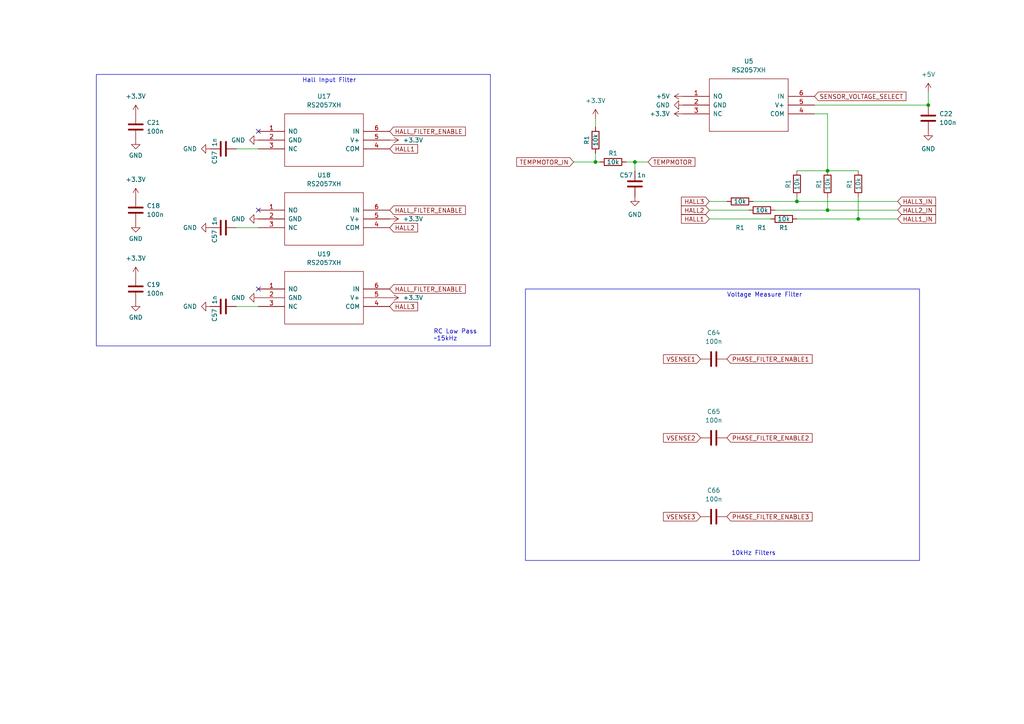
<source format=kicad_sch>
(kicad_sch (version 20230121) (generator eeschema)
  (paper "A4")
  (lib_symbols
    (symbol "Device:C" (pin_numbers hide) (pin_names (offset 0.254))
      (property "Reference" "C" (at 0.635 2.54 0))
      (property "Value" "C" (at 0.635 -2.54 0))
      (symbol "C_0_1"
        (polyline (pts (xy -2.032 -0.762) (xy 2.032 -0.762)) (stroke (width 0.508)))
        (polyline (pts (xy -2.032 0.762) (xy 2.032 0.762)) (stroke (width 0.508)))
      )
      (symbol "C_1_1"
        (pin passive line (at 0 3.81 270) (length 2.794) (name "~") (number "1"))
        (pin passive line (at 0 -3.81 90) (length 2.794) (name "~") (number "2"))
      )
    )
    (symbol "Device:R" (pin_numbers hide) (pin_names (offset 0))
      (property "Reference" "R" (at 2.032 0 90))
      (property "Value" "R" (at 0 0 90))
      (symbol "R_0_1"
        (rectangle (start -1.016 -2.54) (end 1.016 2.54) (stroke (width 0.254)))
      )
      (symbol "R_1_1"
        (pin passive line (at 0 3.81 270) (length 1.27) (name "~") (number "1"))
        (pin passive line (at 0 -3.81 90) (length 1.27) (name "~") (number "2"))
      )
    )
    (symbol "GigaVescSymbols:RS2057XH" (pin_names (offset 1.016))
      (property "Reference" "U" (at 0 -2.54 0))
      (property "Value" "RS2057XH" (at 0 -8.89 0))
      (symbol "RS2057XH_1_0"
        (rectangle (start -11.43 -7.62) (end 11.43 7.62))
      )
      (symbol "RS2057XH_1_1"
        (pin input line (at -19.05 2.54 0) (length 7.62) (name "NO") (number "1"))
        (pin input line (at -19.05 0 0) (length 7.62) (name "GND") (number "2"))
        (pin input line (at -19.05 -2.54 0) (length 7.62) (name "NC") (number "3"))
        (pin input line (at 19.05 -2.54 180) (length 7.62) (name "COM") (number "4"))
        (pin input line (at 19.05 0 180) (length 7.62) (name "V+") (number "5"))
        (pin input line (at 19.05 2.54 180) (length 7.62) (name "IN") (number "6"))
      )
    )
    (symbol "power:+3.3V" (power) (pin_names (offset 0))
      (property "Value" "+3.3V" (at 0 3.556 0))
      (symbol "+3.3V_0_1"
        (polyline (pts (xy -0.762 1.27) (xy 0 2.54)))
        (polyline (pts (xy 0 0) (xy 0 2.54)))
        (polyline (pts (xy 0 2.54) (xy 0.762 1.27)))
      )
      (symbol "+3.3V_1_1"
        (pin power_in line (at 0 0 90) (length 0) hide (name "+3.3V") (number "1"))
      )
    )
    (symbol "power:+5V" (power) (pin_names (offset 0))
      (property "Value" "+5V" (at 0 3.556 0))
      (symbol "+5V_0_1"
        (polyline (pts (xy -0.762 1.27) (xy 0 2.54)))
        (polyline (pts (xy 0 0) (xy 0 2.54)))
        (polyline (pts (xy 0 2.54) (xy 0.762 1.27)))
      )
      (symbol "+5V_1_1"
        (pin power_in line (at 0 0 90) (length 0) hide (name "+5V") (number "1"))
      )
    )
    (symbol "power:GND" (power) (pin_names (offset 0))
      (property "Value" "GND" (at 0 -3.81 0))
      (symbol "GND_0_1"
        (polyline (pts (xy 0 0) (xy 0 -1.27) (xy 1.27 -1.27) (xy 0 -2.54) (xy -1.27 -1.27) (xy 0 -1.27)))
      )
      (symbol "GND_1_1"
        (pin power_in line (at 0 0 270) (length 0) hide (name "GND") (number "1"))
      )
    )
  )
  (junction (at 231.14 58.42))
  (junction (at 269.24 30.48))
  (junction (at 240.03 60.96))
  (junction (at 248.92 63.5))
  (junction (at 240.03 49.53))
  (junction (at 184.15 46.99))
  (junction (at 172.72 46.99))
  (no_connect (at 74.93 83.82))
  (no_connect (at 74.93 38.1))
  (no_connect (at 74.93 60.96))
  (wire (pts (xy 224.79 60.96) (xy 240.03 60.96)))
  (wire (pts (xy 68.58 43.18) (xy 74.93 43.18)))
  (wire (pts (xy 269.24 26.67) (xy 269.24 30.48)))
  (wire (pts (xy 68.58 88.9) (xy 74.93 88.9)))
  (wire (pts (xy 205.74 63.5) (xy 223.52 63.5)))
  (wire (pts (xy 218.44 58.42) (xy 231.14 58.42)))
  (wire (pts (xy 248.92 63.5) (xy 260.35 63.5)))
  (wire (pts (xy 166.37 46.99) (xy 172.72 46.99)))
  (wire (pts (xy 231.14 57.15) (xy 231.14 58.42)))
  (wire (pts (xy 68.58 66.04) (xy 74.93 66.04)))
  (wire (pts (xy 231.14 63.5) (xy 248.92 63.5)))
  (wire (pts (xy 231.14 58.42) (xy 260.35 58.42)))
  (wire (pts (xy 236.22 30.48) (xy 269.24 30.48)))
  (wire (pts (xy 172.72 46.99) (xy 173.99 46.99)))
  (wire (pts (xy 181.61 46.99) (xy 184.15 46.99)))
  (wire (pts (xy 172.72 34.29) (xy 172.72 36.83)))
  (wire (pts (xy 240.03 60.96) (xy 260.35 60.96)))
  (wire (pts (xy 231.14 49.53) (xy 240.03 49.53)))
  (wire (pts (xy 248.92 57.15) (xy 248.92 63.5)))
  (wire (pts (xy 172.72 44.45) (xy 172.72 46.99)))
  (wire (pts (xy 205.74 58.42) (xy 210.82 58.42)))
  (wire (pts (xy 240.03 49.53) (xy 248.92 49.53)))
  (wire (pts (xy 240.03 57.15) (xy 240.03 60.96)))
  (wire (pts (xy 184.15 46.99) (xy 187.96 46.99)))
  (wire (pts (xy 240.03 33.02) (xy 240.03 49.53)))
  (wire (pts (xy 184.15 46.99) (xy 184.15 49.53)))
  (wire (pts (xy 205.74 60.96) (xy 217.17 60.96)))
  (wire (pts (xy 236.22 33.02) (xy 240.03 33.02)))
  (rectangle (start 152.4 83.82) (end 266.7 162.56))
  (rectangle (start 27.94 21.59) (end 142.24 100.33))
  (text "Voltage Measure Filter" (at 210.82 86.36 0) (effects (font (size 1.27 1.27)) (justify left bottom)))
  (text "10kHz Filters" (at 212.09 161.29 0) (effects (font (size 1.27 1.27)) (justify left bottom)))
  (text "RC Low Pass\n~15kHz" (at 125.73 99.06 0) (effects (font (size 1.27 1.27)) (justify left bottom)))
  (text "Hall Input Filter" (at 87.63 24.13 0) (effects (font (size 1.27 1.27)) (justify left bottom)))
  (global_label "VSENSE1" (shape input) (at 203.2 104.14 180) (property "Intersheetrefs" "${INTERSHEET_REFS}" (effects hide)))
  (global_label "HALL2_IN" (shape input) (at 260.35 60.96 0) (property "Intersheetrefs" "${INTERSHEET_REFS}" (effects hide)))
  (global_label "PHASE_FILTER_ENABLE3" (shape input) (at 210.82 149.86 0) (property "Intersheetrefs" "${INTERSHEET_REFS}" (effects hide)))
  (global_label "SENSOR_VOLTAGE_SELECT" (shape input) (at 236.22 27.94 0) (property "Intersheetrefs" "${INTERSHEET_REFS}" (effects hide)))
  (global_label "TEMPMOTOR" (shape input) (at 187.96 46.99 0) (property "Intersheetrefs" "${INTERSHEET_REFS}" (effects hide)))
  (global_label "HALL2" (shape input) (at 113.03 66.04 0) (property "Intersheetrefs" "${INTERSHEET_REFS}" (effects hide)))
  (global_label "HALL_FILTER_ENABLE" (shape input) (at 113.03 83.82 0) (property "Intersheetrefs" "${INTERSHEET_REFS}" (effects hide)))
  (global_label "HALL3" (shape input) (at 113.03 88.9 0) (property "Intersheetrefs" "${INTERSHEET_REFS}" (effects hide)))
  (global_label "TEMPMOTOR_IN" (shape input) (at 166.37 46.99 180) (property "Intersheetrefs" "${INTERSHEET_REFS}" (effects hide)))
  (global_label "HALL_FILTER_ENABLE" (shape input) (at 113.03 38.1 0) (property "Intersheetrefs" "${INTERSHEET_REFS}" (effects hide)))
  (global_label "PHASE_FILTER_ENABLE2" (shape input) (at 210.82 127 0) (property "Intersheetrefs" "${INTERSHEET_REFS}" (effects hide)))
  (global_label "HALL1" (shape input) (at 205.74 63.5 180) (property "Intersheetrefs" "${INTERSHEET_REFS}" (effects hide)))
  (global_label "HALL1" (shape input) (at 113.03 43.18 0) (property "Intersheetrefs" "${INTERSHEET_REFS}" (effects hide)))
  (global_label "PHASE_FILTER_ENABLE1" (shape input) (at 210.82 104.14 0) (property "Intersheetrefs" "${INTERSHEET_REFS}" (effects hide)))
  (global_label "HALL2" (shape input) (at 205.74 60.96 180) (property "Intersheetrefs" "${INTERSHEET_REFS}" (effects hide)))
  (global_label "HALL3" (shape input) (at 205.74 58.42 180) (property "Intersheetrefs" "${INTERSHEET_REFS}" (effects hide)))
  (global_label "HALL3_IN" (shape input) (at 260.35 58.42 0) (property "Intersheetrefs" "${INTERSHEET_REFS}" (effects hide)))
  (global_label "HALL_FILTER_ENABLE" (shape input) (at 113.03 60.96 0) (property "Intersheetrefs" "${INTERSHEET_REFS}" (effects hide)))
  (global_label "HALL1_IN" (shape input) (at 260.35 63.5 0) (property "Intersheetrefs" "${INTERSHEET_REFS}" (effects hide)))
  (global_label "VSENSE3" (shape input) (at 203.2 149.86 180) (property "Intersheetrefs" "${INTERSHEET_REFS}" (effects hide)))
  (global_label "VSENSE2" (shape input) (at 203.2 127 180) (property "Intersheetrefs" "${INTERSHEET_REFS}" (effects hide)))
  (symbol (lib_id "power:+5V") (at 198.12 27.94 90) (unit 1)
    (property "Reference" "#PWR031" (effects hide))
    (property "Value" "+5V" (at 194.31 27.94 90) (effects (justify left)))
  )
  (symbol (lib_id "power:+3.3V") (at 113.03 40.64 270) (unit 1)
    (property "Reference" "#PWR0149" (effects hide))
    (property "Value" "+3.3V" (at 116.84 40.64 90) (effects (justify left)))
  )
  (symbol (lib_id "Device:C") (at 269.24 34.29 0) (unit 1)
    (property "Reference" "C22" (at 272.415 33.02 0) (effects (justify left)))
    (property "Value" "100n" (at 272.415 35.56 0) (effects (justify left)))
    (property "Footprint" "GigaVescLibs:C_0603_1608Metric_L" (effects hide))
    (property "MPN" "C14663" (effects hide))
  )
  (symbol (lib_id "Device:C") (at 39.37 36.83 0) (unit 1)
    (property "Reference" "C21" (at 42.545 35.56 0) (effects (justify left)))
    (property "Value" "100n" (at 42.545 38.1 0) (effects (justify left)))
    (property "Footprint" "GigaVescLibs:C_0603_1608Metric_L" (effects hide))
    (property "MPN" "C14663" (effects hide))
  )
  (symbol (lib_id "Device:R") (at 172.72 40.64 180) (unit 1)
    (property "Reference" "R1" (at 170.18 40.64 90))
    (property "Value" "10k" (at 172.72 40.64 90))
    (property "Footprint" "Resistor_SMD:R_0603_1608Metric" (effects hide))
    (property "MPN" "C25804" (effects hide))
    (instances (project "DevKit" (path "" (reference "R1") (unit 1)) (path "" (reference "R50") (unit 1)) (path "" (reference "R16") (unit 1))))
  )
  (symbol (lib_id "Device:R") (at 220.98 60.96 90) (unit 1)
    (property "Reference" "R1" (at 220.98 66.04 90))
    (property "Value" "10k" (at 220.98 60.96 90))
    (property "Footprint" "Resistor_SMD:R_0603_1608Metric" (effects hide))
    (property "MPN" "C25804" (effects hide))
    (instances (project "DevKit" (path "" (reference "R1") (unit 1)) (path "" (reference "R50") (unit 1)) (path "" (reference "R8") (unit 1))))
  )
  (symbol (lib_id "Device:C") (at 207.01 149.86 90) (unit 1)
    (property "Reference" "C66" (at 207.01 142.24 90))
    (property "Value" "100n" (at 207.01 144.78 90))
    (property "Footprint" "GigaVescLibs:C_0603_1608Metric_L" (effects hide))
    (property "MPN" "C14663" (effects hide))
  )
  (symbol (lib_id "Device:R") (at 177.8 46.99 90) (unit 1)
    (property "Reference" "R1" (at 177.8 44.45 90))
    (property "Value" "10k" (at 177.8 46.99 90))
    (property "Footprint" "Resistor_SMD:R_0603_1608Metric" (effects hide))
    (property "MPN" "C25804" (effects hide))
    (instances (project "DevKit" (path "" (reference "R1") (unit 1)) (path "" (reference "R50") (unit 1)) (path "" (reference "R17") (unit 1))))
  )
  (symbol (lib_id "power:+3.3V") (at 172.72 34.29 0) (unit 1)
    (property "Reference" "#PWR03" (effects hide))
    (property "Value" "+3.3V" (at 172.72 29.21 0))
    (instances (project "DevKit" (path "" (reference "#PWR03") (unit 1)) (path "" (reference "#PWR046") (unit 1)) (path "" (reference "#PWR046") (unit 1))))
  )
  (symbol (lib_id "power:+3.3V") (at 39.37 33.02 0) (unit 1)
    (property "Reference" "#PWR028" (effects hide))
    (property "Value" "+3.3V" (at 39.37 27.94 0))
  )
  (symbol (lib_id "power:+5V") (at 269.24 26.67 0) (unit 1)
    (property "Reference" "#PWR033" (effects hide))
    (property "Value" "+5V" (at 269.24 21.59 0))
  )
  (symbol (lib_id "Device:C") (at 184.15 53.34 0) (unit 1)
    (property "Reference" "C57" (at 181.61 50.8 0))
    (property "Value" "1n" (at 186.055 50.8 0))
    (property "Footprint" "GigaVescLibs:C_0603_1608Metric_L" (effects hide))
    (property "MPN" "C1588" (effects hide))
    (instances (project "DevKit" (path "" (reference "C57") (unit 1)) (path "" (reference "C25") (unit 1)) (path "" (reference "C25") (unit 1))))
  )
  (symbol (lib_id "power:GND") (at 74.93 86.36 270) (unit 1)
    (property "Reference" "#PWR011" (effects hide))
    (property "Value" "GND" (at 71.12 86.36 90) (effects (justify right)))
    (instances (project "DevKit" (path "" (reference "#PWR011") (unit 1)) (path "" (reference "#PWR0155") (unit 1))))
  )
  (symbol (lib_id "power:+3.3V") (at 39.37 80.01 0) (unit 1)
    (property "Reference" "#PWR069" (effects hide))
    (property "Value" "+3.3V" (at 39.37 74.93 0))
  )
  (symbol (lib_id "Device:C") (at 64.77 88.9 90) (unit 1)
    (property "Reference" "C57" (at 62.23 91.44 0))
    (property "Value" "1n" (at 62.23 86.995 0))
    (property "Footprint" "GigaVescLibs:C_0603_1608Metric_L" (effects hide))
    (property "MPN" "C1588" (effects hide))
    (instances (project "DevKit" (path "" (reference "C57") (unit 1)) (path "" (reference "C61") (unit 1))))
  )
  (symbol (lib_id "power:GND") (at 184.15 57.15 0) (unit 1)
    (property "Reference" "#PWR08" (effects hide))
    (property "Value" "GND" (at 184.15 62.23 0))
    (instances (project "DevKit" (path "" (reference "#PWR08") (unit 1)) (path "" (reference "#PWR049") (unit 1)) (path "" (reference "#PWR049") (unit 1))))
  )
  (symbol (lib_id "power:GND") (at 269.24 38.1 0) (unit 1)
    (property "Reference" "#PWR011" (effects hide))
    (property "Value" "GND" (at 269.24 43.18 0))
    (instances (project "DevKit" (path "" (reference "#PWR011") (unit 1)) (path "" (reference "#PWR034") (unit 1))))
  )
  (symbol (lib_id "GigaVescSymbols:RS2057XH") (at 93.98 63.5 0) (unit 1)
    (property "Reference" "U18" (at 93.98 50.8 0))
    (property "Value" "RS2057XH" (at 93.98 53.34 0))
    (property "Footprint" "Package_TO_SOT_SMD:SOT-23-6" (effects hide))
    (property "Datasheet" "DOCUMENTATION" (effects hide))
    (property "MPN" "C255474" (effects hide))
    (property "JLCRotOffset" "-180" (effects hide))
  )
  (symbol (lib_id "Device:C") (at 207.01 104.14 90) (unit 1)
    (property "Reference" "C64" (at 207.01 96.52 90))
    (property "Value" "100n" (at 207.01 99.06 90))
    (property "Footprint" "GigaVescLibs:C_0603_1608Metric_L" (effects hide))
    (property "MPN" "C14663" (effects hide))
  )
  (symbol (lib_id "GigaVescSymbols:RS2057XH") (at 93.98 40.64 0) (unit 1)
    (property "Reference" "U17" (at 93.98 27.94 0))
    (property "Value" "RS2057XH" (at 93.98 30.48 0))
    (property "Footprint" "Package_TO_SOT_SMD:SOT-23-6" (effects hide))
    (property "Datasheet" "DOCUMENTATION" (effects hide))
    (property "MPN" "C255474" (effects hide))
    (property "JLCRotOffset" "-180" (effects hide))
  )
  (symbol (lib_id "power:+3.3V") (at 113.03 63.5 270) (unit 1)
    (property "Reference" "#PWR0153" (effects hide))
    (property "Value" "+3.3V" (at 116.84 63.5 90) (effects (justify left)))
  )
  (symbol (lib_id "power:+3.3V") (at 39.37 57.15 0) (unit 1)
    (property "Reference" "#PWR026" (effects hide))
    (property "Value" "+3.3V" (at 39.37 52.07 0))
  )
  (symbol (lib_id "Device:C") (at 39.37 60.96 0) (unit 1)
    (property "Reference" "C18" (at 42.545 59.69 0) (effects (justify left)))
    (property "Value" "100n" (at 42.545 62.23 0) (effects (justify left)))
    (property "Footprint" "GigaVescLibs:C_0603_1608Metric_L" (effects hide))
    (property "MPN" "C14663" (effects hide))
  )
  (symbol (lib_id "Device:R") (at 227.33 63.5 90) (unit 1)
    (property "Reference" "R1" (at 227.33 66.04 90))
    (property "Value" "10k" (at 227.33 63.5 90))
    (property "Footprint" "Resistor_SMD:R_0603_1608Metric" (effects hide))
    (property "MPN" "C25804" (effects hide))
    (instances (project "DevKit" (path "" (reference "R1") (unit 1)) (path "" (reference "R50") (unit 1)) (path "" (reference "R9") (unit 1))))
  )
  (symbol (lib_id "power:+3.3V") (at 113.03 86.36 270) (unit 1)
    (property "Reference" "#PWR0156" (effects hide))
    (property "Value" "+3.3V" (at 116.84 86.36 90) (effects (justify left)))
  )
  (symbol (lib_id "Device:C") (at 64.77 43.18 90) (unit 1)
    (property "Reference" "C57" (at 62.23 45.72 0))
    (property "Value" "1n" (at 62.23 41.275 0))
    (property "Footprint" "GigaVescLibs:C_0603_1608Metric_L" (effects hide))
    (property "MPN" "C1588" (effects hide))
    (instances (project "DevKit" (path "" (reference "C57") (unit 1)) (path "" (reference "C51") (unit 1))))
  )
  (symbol (lib_id "Device:R") (at 231.14 53.34 180) (unit 1)
    (property "Reference" "R1" (at 228.6 53.34 90))
    (property "Value" "10k" (at 231.14 53.34 90))
    (property "Footprint" "Resistor_SMD:R_0603_1608Metric" (effects hide))
    (property "MPN" "C25804" (effects hide))
    (instances (project "DevKit" (path "" (reference "R1") (unit 1)) (path "" (reference "R50") (unit 1)) (path "" (reference "R10") (unit 1))))
  )
  (symbol (lib_id "power:GND") (at 74.93 40.64 270) (unit 1)
    (property "Reference" "#PWR011" (effects hide))
    (property "Value" "GND" (at 71.12 40.64 90) (effects (justify right)))
    (instances (project "DevKit" (path "" (reference "#PWR011") (unit 1)) (path "" (reference "#PWR0121") (unit 1))))
  )
  (symbol (lib_id "GigaVescSymbols:RS2057XH") (at 93.98 86.36 0) (unit 1)
    (property "Reference" "U19" (at 93.98 73.66 0))
    (property "Value" "RS2057XH" (at 93.98 76.2 0))
    (property "Footprint" "Package_TO_SOT_SMD:SOT-23-6" (effects hide))
    (property "Datasheet" "DOCUMENTATION" (effects hide))
    (property "MPN" "C255474" (effects hide))
    (property "JLCRotOffset" "-180" (effects hide))
  )
  (symbol (lib_id "power:GND") (at 198.12 30.48 270) (unit 1)
    (property "Reference" "#PWR011" (effects hide))
    (property "Value" "GND" (at 194.31 30.48 90) (effects (justify right)))
    (instances (project "DevKit" (path "" (reference "#PWR011") (unit 1)) (path "" (reference "#PWR032") (unit 1))))
  )
  (symbol (lib_id "Device:R") (at 248.92 53.34 180) (unit 1)
    (property "Reference" "R1" (at 246.38 53.34 90))
    (property "Value" "10k" (at 248.92 53.34 90))
    (property "Footprint" "Resistor_SMD:R_0603_1608Metric" (effects hide))
    (property "MPN" "C25804" (effects hide))
    (instances (project "DevKit" (path "" (reference "R1") (unit 1)) (path "" (reference "R50") (unit 1)) (path "" (reference "R12") (unit 1))))
  )
  (symbol (lib_id "power:GND") (at 60.96 88.9 270) (unit 1)
    (property "Reference" "#PWR0154" (effects hide))
    (property "Value" "GND" (at 57.15 88.9 90) (effects (justify right)))
  )
  (symbol (lib_id "power:GND") (at 60.96 66.04 270) (unit 1)
    (property "Reference" "#PWR0151" (effects hide))
    (property "Value" "GND" (at 57.15 66.04 90) (effects (justify right)))
  )
  (symbol (lib_id "power:GND") (at 60.96 43.18 270) (unit 1)
    (property "Reference" "#PWR0150" (effects hide))
    (property "Value" "GND" (at 57.15 43.18 90) (effects (justify right)))
  )
  (symbol (lib_id "power:GND") (at 39.37 87.63 0) (unit 1)
    (property "Reference" "#PWR0166" (effects hide))
    (property "Value" "GND" (at 39.37 92.075 0))
  )
  (symbol (lib_id "GigaVescSymbols:RS2057XH") (at 217.17 30.48 0) (unit 1)
    (property "Reference" "U5" (at 217.17 17.78 0))
    (property "Value" "RS2057XH" (at 217.17 20.32 0))
    (property "Footprint" "Package_TO_SOT_SMD:SOT-23-6" (effects hide))
    (property "Datasheet" "DOCUMENTATION" (effects hide))
    (property "MPN" "C255474" (effects hide))
    (property "JLCRotOffset" "-180" (effects hide))
  )
  (symbol (lib_id "power:+3.3V") (at 198.12 33.02 90) (unit 1)
    (property "Reference" "#PWR030" (effects hide))
    (property "Value" "+3.3V" (at 194.31 33.02 90) (effects (justify left)))
  )
  (symbol (lib_id "Device:R") (at 214.63 58.42 90) (unit 1)
    (property "Reference" "R1" (at 214.63 66.04 90))
    (property "Value" "10k" (at 214.63 58.42 90))
    (property "Footprint" "Resistor_SMD:R_0603_1608Metric" (effects hide))
    (property "MPN" "C25804" (effects hide))
    (instances (project "DevKit" (path "" (reference "R1") (unit 1)) (path "" (reference "R50") (unit 1)) (path "" (reference "R7") (unit 1))))
  )
  (symbol (lib_id "Device:C") (at 39.37 83.82 0) (unit 1)
    (property "Reference" "C19" (at 42.545 82.55 0) (effects (justify left)))
    (property "Value" "100n" (at 42.545 85.09 0) (effects (justify left)))
    (property "Footprint" "GigaVescLibs:C_0603_1608Metric_L" (effects hide))
    (property "MPN" "C14663" (effects hide))
  )
  (symbol (lib_id "Device:C") (at 207.01 127 90) (unit 1)
    (property "Reference" "C65" (at 207.01 119.38 90))
    (property "Value" "100n" (at 207.01 121.92 90))
    (property "Footprint" "GigaVescLibs:C_0603_1608Metric_L" (effects hide))
    (property "MPN" "C14663" (effects hide))
  )
  (symbol (lib_id "power:GND") (at 39.37 64.77 0) (unit 1)
    (property "Reference" "#PWR027" (effects hide))
    (property "Value" "GND" (at 39.37 69.215 0))
  )
  (symbol (lib_id "Device:R") (at 240.03 53.34 180) (unit 1)
    (property "Reference" "R1" (at 237.49 53.34 90))
    (property "Value" "10k" (at 240.03 53.34 90))
    (property "Footprint" "Resistor_SMD:R_0603_1608Metric" (effects hide))
    (property "MPN" "C25804" (effects hide))
    (instances (project "DevKit" (path "" (reference "R1") (unit 1)) (path "" (reference "R50") (unit 1)) (path "" (reference "R11") (unit 1))))
  )
  (symbol (lib_id "power:GND") (at 74.93 63.5 270) (unit 1)
    (property "Reference" "#PWR011" (effects hide))
    (property "Value" "GND" (at 71.12 63.5 90) (effects (justify right)))
    (instances (project "DevKit" (path "" (reference "#PWR011") (unit 1)) (path "" (reference "#PWR0152") (unit 1))))
  )
  (symbol (lib_id "Device:C") (at 64.77 66.04 90) (unit 1)
    (property "Reference" "C57" (at 62.23 68.58 0))
    (property "Value" "1n" (at 62.23 64.135 0))
    (property "Footprint" "GigaVescLibs:C_0603_1608Metric_L" (effects hide))
    (property "MPN" "C1588" (effects hide))
    (instances (project "DevKit" (path "" (reference "C57") (unit 1)) (path "" (reference "C56") (unit 1))))
  )
  (symbol (lib_id "power:GND") (at 39.37 40.64 0) (unit 1)
    (property "Reference" "#PWR029" (effects hide))
    (property "Value" "GND" (at 39.37 45.085 0))
  )
)
</source>
